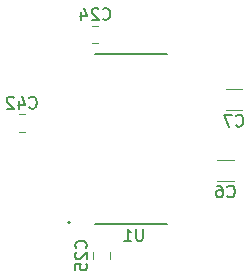
<source format=gbr>
%TF.GenerationSoftware,KiCad,Pcbnew,(6.0.0)*%
%TF.CreationDate,2022-12-17T21:28:13-05:00*%
%TF.ProjectId,TPA3255PBTL,54504133-3235-4355-9042-544c2e6b6963,rev?*%
%TF.SameCoordinates,Original*%
%TF.FileFunction,Legend,Bot*%
%TF.FilePolarity,Positive*%
%FSLAX46Y46*%
G04 Gerber Fmt 4.6, Leading zero omitted, Abs format (unit mm)*
G04 Created by KiCad (PCBNEW (6.0.0)) date 2022-12-17 21:28:13*
%MOMM*%
%LPD*%
G01*
G04 APERTURE LIST*
%ADD10C,0.150000*%
%ADD11C,0.120000*%
%ADD12C,0.127000*%
%ADD13C,0.200000*%
G04 APERTURE END LIST*
D10*
%TO.C,C25*%
X121927142Y-95082142D02*
X121974761Y-95034523D01*
X122022380Y-94891666D01*
X122022380Y-94796428D01*
X121974761Y-94653571D01*
X121879523Y-94558333D01*
X121784285Y-94510714D01*
X121593809Y-94463095D01*
X121450952Y-94463095D01*
X121260476Y-94510714D01*
X121165238Y-94558333D01*
X121070000Y-94653571D01*
X121022380Y-94796428D01*
X121022380Y-94891666D01*
X121070000Y-95034523D01*
X121117619Y-95082142D01*
X121117619Y-95463095D02*
X121070000Y-95510714D01*
X121022380Y-95605952D01*
X121022380Y-95844047D01*
X121070000Y-95939285D01*
X121117619Y-95986904D01*
X121212857Y-96034523D01*
X121308095Y-96034523D01*
X121450952Y-95986904D01*
X122022380Y-95415476D01*
X122022380Y-96034523D01*
X121022380Y-96939285D02*
X121022380Y-96463095D01*
X121498571Y-96415476D01*
X121450952Y-96463095D01*
X121403333Y-96558333D01*
X121403333Y-96796428D01*
X121450952Y-96891666D01*
X121498571Y-96939285D01*
X121593809Y-96986904D01*
X121831904Y-96986904D01*
X121927142Y-96939285D01*
X121974761Y-96891666D01*
X122022380Y-96796428D01*
X122022380Y-96558333D01*
X121974761Y-96463095D01*
X121927142Y-96415476D01*
%TO.C,C6*%
X133916666Y-90707142D02*
X133964285Y-90754761D01*
X134107142Y-90802380D01*
X134202380Y-90802380D01*
X134345238Y-90754761D01*
X134440476Y-90659523D01*
X134488095Y-90564285D01*
X134535714Y-90373809D01*
X134535714Y-90230952D01*
X134488095Y-90040476D01*
X134440476Y-89945238D01*
X134345238Y-89850000D01*
X134202380Y-89802380D01*
X134107142Y-89802380D01*
X133964285Y-89850000D01*
X133916666Y-89897619D01*
X133059523Y-89802380D02*
X133250000Y-89802380D01*
X133345238Y-89850000D01*
X133392857Y-89897619D01*
X133488095Y-90040476D01*
X133535714Y-90230952D01*
X133535714Y-90611904D01*
X133488095Y-90707142D01*
X133440476Y-90754761D01*
X133345238Y-90802380D01*
X133154761Y-90802380D01*
X133059523Y-90754761D01*
X133011904Y-90707142D01*
X132964285Y-90611904D01*
X132964285Y-90373809D01*
X133011904Y-90278571D01*
X133059523Y-90230952D01*
X133154761Y-90183333D01*
X133345238Y-90183333D01*
X133440476Y-90230952D01*
X133488095Y-90278571D01*
X133535714Y-90373809D01*
%TO.C,C24*%
X123367857Y-75677142D02*
X123415476Y-75724761D01*
X123558333Y-75772380D01*
X123653571Y-75772380D01*
X123796428Y-75724761D01*
X123891666Y-75629523D01*
X123939285Y-75534285D01*
X123986904Y-75343809D01*
X123986904Y-75200952D01*
X123939285Y-75010476D01*
X123891666Y-74915238D01*
X123796428Y-74820000D01*
X123653571Y-74772380D01*
X123558333Y-74772380D01*
X123415476Y-74820000D01*
X123367857Y-74867619D01*
X122986904Y-74867619D02*
X122939285Y-74820000D01*
X122844047Y-74772380D01*
X122605952Y-74772380D01*
X122510714Y-74820000D01*
X122463095Y-74867619D01*
X122415476Y-74962857D01*
X122415476Y-75058095D01*
X122463095Y-75200952D01*
X123034523Y-75772380D01*
X122415476Y-75772380D01*
X121558333Y-75105714D02*
X121558333Y-75772380D01*
X121796428Y-74724761D02*
X122034523Y-75439047D01*
X121415476Y-75439047D01*
%TO.C,C42*%
X117142857Y-83177142D02*
X117190476Y-83224761D01*
X117333333Y-83272380D01*
X117428571Y-83272380D01*
X117571428Y-83224761D01*
X117666666Y-83129523D01*
X117714285Y-83034285D01*
X117761904Y-82843809D01*
X117761904Y-82700952D01*
X117714285Y-82510476D01*
X117666666Y-82415238D01*
X117571428Y-82320000D01*
X117428571Y-82272380D01*
X117333333Y-82272380D01*
X117190476Y-82320000D01*
X117142857Y-82367619D01*
X116285714Y-82605714D02*
X116285714Y-83272380D01*
X116523809Y-82224761D02*
X116761904Y-82939047D01*
X116142857Y-82939047D01*
X115809523Y-82367619D02*
X115761904Y-82320000D01*
X115666666Y-82272380D01*
X115428571Y-82272380D01*
X115333333Y-82320000D01*
X115285714Y-82367619D01*
X115238095Y-82462857D01*
X115238095Y-82558095D01*
X115285714Y-82700952D01*
X115857142Y-83272380D01*
X115238095Y-83272380D01*
%TO.C,C7*%
X134641666Y-84707142D02*
X134689285Y-84754761D01*
X134832142Y-84802380D01*
X134927380Y-84802380D01*
X135070238Y-84754761D01*
X135165476Y-84659523D01*
X135213095Y-84564285D01*
X135260714Y-84373809D01*
X135260714Y-84230952D01*
X135213095Y-84040476D01*
X135165476Y-83945238D01*
X135070238Y-83850000D01*
X134927380Y-83802380D01*
X134832142Y-83802380D01*
X134689285Y-83850000D01*
X134641666Y-83897619D01*
X134308333Y-83802380D02*
X133641666Y-83802380D01*
X134070238Y-84802380D01*
%TO.C,U1*%
X126761904Y-93459880D02*
X126761904Y-94269404D01*
X126714285Y-94364642D01*
X126666666Y-94412261D01*
X126571428Y-94459880D01*
X126380952Y-94459880D01*
X126285714Y-94412261D01*
X126238095Y-94364642D01*
X126190476Y-94269404D01*
X126190476Y-93459880D01*
X125190476Y-94459880D02*
X125761904Y-94459880D01*
X125476190Y-94459880D02*
X125476190Y-93459880D01*
X125571428Y-93602738D01*
X125666666Y-93697976D01*
X125761904Y-93745595D01*
D11*
%TO.C,C25*%
X123985000Y-95463748D02*
X123985000Y-95986252D01*
X122515000Y-95463748D02*
X122515000Y-95986252D01*
%TO.C,C6*%
X133038748Y-89410000D02*
X134461252Y-89410000D01*
X133038748Y-87590000D02*
X134461252Y-87590000D01*
%TO.C,C24*%
X122986252Y-77735000D02*
X122463748Y-77735000D01*
X122986252Y-76265000D02*
X122463748Y-76265000D01*
%TO.C,C42*%
X116761252Y-83765000D02*
X116238748Y-83765000D01*
X116761252Y-85235000D02*
X116238748Y-85235000D01*
%TO.C,C7*%
X133763748Y-83410000D02*
X135186252Y-83410000D01*
X133763748Y-81590000D02*
X135186252Y-81590000D01*
D12*
%TO.C,U1*%
X122730000Y-93050000D02*
X128830000Y-93050000D01*
X122730000Y-78695000D02*
X128830000Y-78695000D01*
D13*
X120590000Y-92920000D02*
G75*
G03*
X120590000Y-92920000I-100000J0D01*
G01*
%TD*%
M02*

</source>
